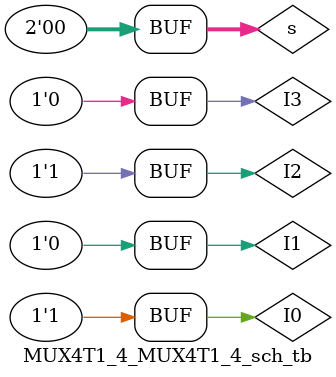
<source format=v>

`timescale 1ns / 1ps

module MUX4T1_4_MUX4T1_4_sch_tb();

// Inputs
   reg [1:0] s;
   reg I1;
   reg I0;
   reg I2;
   reg I3;

// Output
   wire o;

// Bidirs

// Instantiate the UUT
   MUX4T1_4 UUT (
		.s(s), 
		.I1(I1), 
		.I0(I0), 
		.I2(I2), 
		.I3(I3), 
		.o(o)
   );
// Initialize Inputs
 //  `ifdef auto_init
       initial begin
		s = 0;
		I0 = 0;
		I1 = 1;
		I2 = 2;
		I3 = 3;
		#50;
		s = 0;
		#50;
		s = 1;
		#50;
		s = 2;
		#50
		s = 3;
		#50;
		I0=4'h5;
		I1=4'hA;
		I2=4'h5;
		I3=4'hA;
		#50;
		s = 0;
		#50;
		s = 1;
		#50;
		s = 2;
		#50;
		s = 3;
		#50;
		s = 0;
		end
  // `endif
endmodule

</source>
